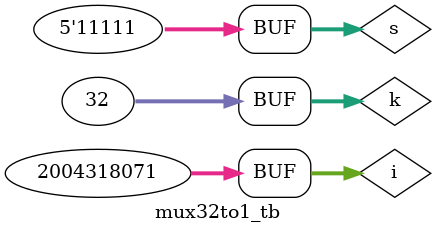
<source format=v>
module MUX8to1(i,s,E,y);
  input[7:0]i;
  input [2:0]s;
  input E;
  output y;
  
  assign y = E&(s[2]?(s[1]?(s[0]?i[7]:i[6]):(s[0]?i[5]:i[4])):(s[1]?(s[0]?i[3]:i[2]):(s[0]?i[1]:i[0])));
  
endmodule 

module MUX32to1(i,s,E,y);
  input[31:0]i;
  input [4:0]s;
  output  y;
  input E;
  wire [7:0]x;
  
  assign x[0] = ~s[4]&~s[3];
  assign x[1] = ~s[4]&s[3];
  assign x[2] = s[4]&~s[3];
  assign x[3] = s[4]&s[3];

  
  
  MUX8to1 mo(i[7:0],s[2:0],x[0],x[4]); 
  MUX8to1 m1(i[15:8],s[2:0],x[1],x[5]); 
  MUX8to1 m2(i[23:16],s[2:0],x[2],x[6]); 
  MUX8to1 m3(i[31:24],s[2:0],x[3],x[7]); 
  
  or g1(y,x[4],x[5],x[6],x[7]);
  
endmodule 

module mux32to1_tb;
  reg [31:0]i;
  reg [4:0]s;
  wire y;
  wire E;
  integer k;

  MUX32to1 dut(i,s,E,y);
    initial begin
      $monitor("Time=%0t,i=%b,s=%b,y=%b", $time, i,s, y);
      i=32'b01110111011101110111011101110111;
      for(k=0;k<32;k=k+1)
      begin 
      s=k;
        #10;
      end 
    end
endmodule
  
  
  
  

</source>
